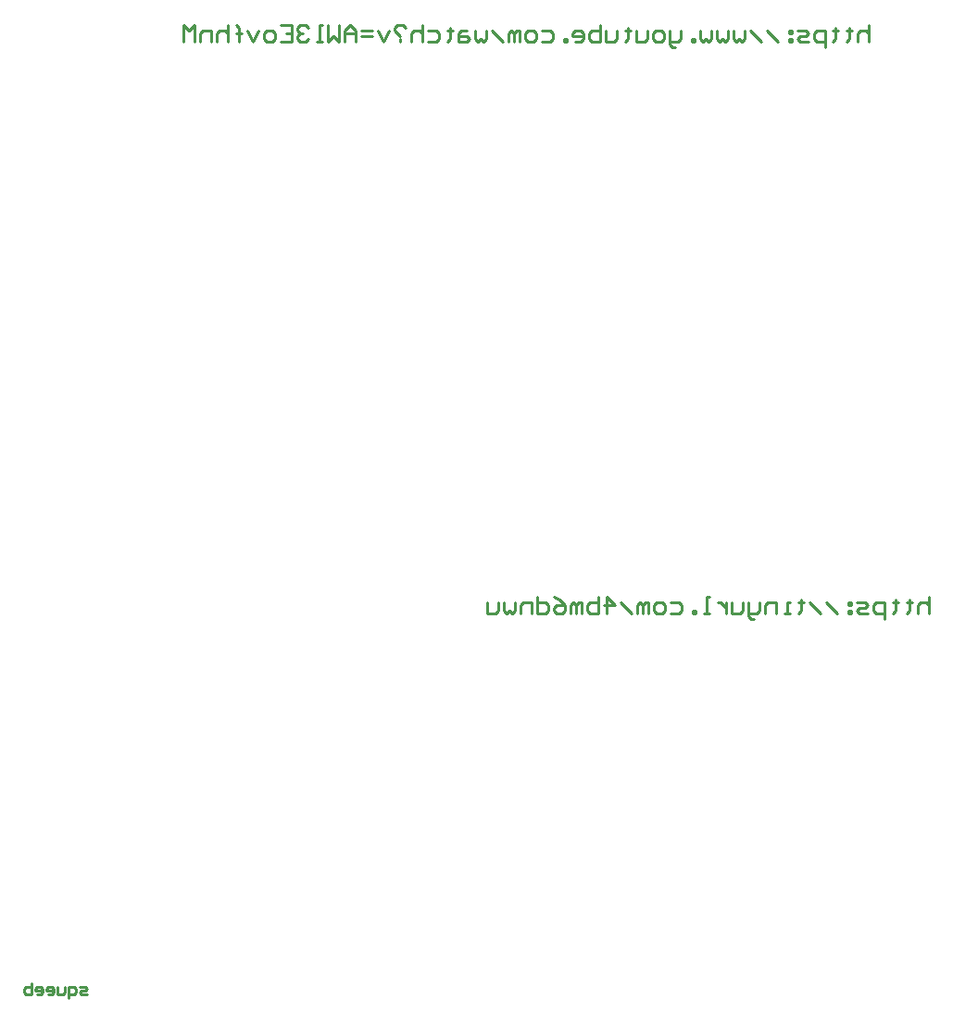
<source format=gbr>
%TF.GenerationSoftware,Altium Limited,Altium Designer,25.2.1 (25)*%
G04 Layer_Color=32896*
%FSLAX45Y45*%
%MOMM*%
%TF.SameCoordinates,9B973337-7CBC-4795-9BC3-C09BD17617B4*%
%TF.FilePolarity,Positive*%
%TF.FileFunction,Legend,Bot*%
%TF.Part,Single*%
G01*
G75*
%TA.AperFunction,NonConductor*%
%ADD49C,0.25400*%
D49*
X12382500Y11480734D02*
Y11328383D01*
Y11404559D01*
X12357108Y11429951D01*
X12306325D01*
X12280933Y11404559D01*
Y11328383D01*
X12204757Y11455342D02*
Y11429951D01*
X12230149D01*
X12179366D01*
X12204757D01*
Y11353775D01*
X12179366Y11328383D01*
X12077799Y11455342D02*
Y11429951D01*
X12103190D01*
X12052407D01*
X12077799D01*
Y11353775D01*
X12052407Y11328383D01*
X11976232Y11277600D02*
Y11429951D01*
X11900056D01*
X11874664Y11404559D01*
Y11353775D01*
X11900056Y11328383D01*
X11976232D01*
X11823881D02*
X11747705D01*
X11722314Y11353775D01*
X11747705Y11379167D01*
X11798489D01*
X11823881Y11404559D01*
X11798489Y11429951D01*
X11722314D01*
X11671530D02*
X11646138D01*
Y11404559D01*
X11671530D01*
Y11429951D01*
Y11353775D02*
X11646138D01*
Y11328383D01*
X11671530D01*
Y11353775D01*
X11544571Y11328383D02*
X11443004Y11429951D01*
X11392221Y11328383D02*
X11290653Y11429951D01*
X11214478Y11455342D02*
Y11429951D01*
X11239870D01*
X11189086D01*
X11214478D01*
Y11353775D01*
X11189086Y11328383D01*
X11112911D02*
X11062127D01*
X11087519D01*
Y11429951D01*
X11112911D01*
X10985952Y11328383D02*
Y11429951D01*
X10909777D01*
X10884385Y11404559D01*
Y11328383D01*
X10833601Y11429951D02*
Y11353775D01*
X10808210Y11328383D01*
X10732034D01*
Y11302992D01*
X10757426Y11277600D01*
X10782818D01*
X10732034Y11328383D02*
Y11429951D01*
X10681251D02*
Y11353775D01*
X10655859Y11328383D01*
X10579683D01*
Y11429951D01*
X10528900D02*
Y11328383D01*
Y11379167D01*
X10503508Y11404559D01*
X10478116Y11429951D01*
X10452725D01*
X10376549Y11328383D02*
X10325766D01*
X10351157D01*
Y11480734D01*
X10376549D01*
X10249590Y11328383D02*
Y11353775D01*
X10224198D01*
Y11328383D01*
X10249590D01*
X10021064Y11429951D02*
X10097240D01*
X10122632Y11404559D01*
Y11353775D01*
X10097240Y11328383D01*
X10021064D01*
X9944889D02*
X9894105D01*
X9868714Y11353775D01*
Y11404559D01*
X9894105Y11429951D01*
X9944889D01*
X9970281Y11404559D01*
Y11353775D01*
X9944889Y11328383D01*
X9817930D02*
Y11429951D01*
X9792538D01*
X9767147Y11404559D01*
Y11328383D01*
Y11404559D01*
X9741755Y11429951D01*
X9716363Y11404559D01*
Y11328383D01*
X9665579D02*
X9564012Y11429951D01*
X9437053Y11328383D02*
Y11480734D01*
X9513229Y11404559D01*
X9411661D01*
X9360878Y11480734D02*
Y11328383D01*
X9284703D01*
X9259311Y11353775D01*
Y11379167D01*
Y11404559D01*
X9284703Y11429951D01*
X9360878D01*
X9208527Y11328383D02*
Y11429951D01*
X9183135D01*
X9157744Y11404559D01*
Y11328383D01*
Y11404559D01*
X9132352Y11429951D01*
X9106960Y11404559D01*
Y11328383D01*
X8954609Y11480734D02*
X9005393Y11455342D01*
X9056176Y11404559D01*
Y11353775D01*
X9030785Y11328383D01*
X8980001D01*
X8954609Y11353775D01*
Y11379167D01*
X8980001Y11404559D01*
X9056176D01*
X8802258Y11480734D02*
Y11328383D01*
X8878434D01*
X8903826Y11353775D01*
Y11404559D01*
X8878434Y11429951D01*
X8802258D01*
X8751475Y11328383D02*
Y11429951D01*
X8675300D01*
X8649908Y11404559D01*
Y11328383D01*
X8599124Y11429951D02*
Y11353775D01*
X8573732Y11328383D01*
X8548341Y11353775D01*
X8522949Y11328383D01*
X8497557Y11353775D01*
Y11429951D01*
X8446774D02*
Y11353775D01*
X8421382Y11328383D01*
X8345206D01*
Y11429951D01*
X4686300Y7844356D02*
X4635517D01*
X4618589Y7861283D01*
X4635517Y7878211D01*
X4669372D01*
X4686300Y7895139D01*
X4669372Y7912067D01*
X4618589D01*
X4517021Y7810500D02*
Y7912067D01*
X4567805D01*
X4584733Y7895139D01*
Y7861283D01*
X4567805Y7844356D01*
X4517021D01*
X4483166Y7912067D02*
Y7861283D01*
X4466238Y7844356D01*
X4415454D01*
Y7912067D01*
X4330815Y7844356D02*
X4364670D01*
X4381598Y7861283D01*
Y7895139D01*
X4364670Y7912067D01*
X4330815D01*
X4313887Y7895139D01*
Y7878211D01*
X4381598D01*
X4229248Y7844356D02*
X4263103D01*
X4280031Y7861283D01*
Y7895139D01*
X4263103Y7912067D01*
X4229248D01*
X4212320Y7895139D01*
Y7878211D01*
X4280031D01*
X4178464Y7945923D02*
Y7844356D01*
X4127680D01*
X4110753Y7861283D01*
Y7878211D01*
Y7895139D01*
X4127680Y7912067D01*
X4178464D01*
X11836400Y16700433D02*
Y16548083D01*
Y16624258D01*
X11811008Y16649651D01*
X11760225D01*
X11734833Y16624258D01*
Y16548083D01*
X11658657Y16675043D02*
Y16649651D01*
X11684049D01*
X11633266D01*
X11658657D01*
Y16573476D01*
X11633266Y16548083D01*
X11531699Y16675043D02*
Y16649651D01*
X11557090D01*
X11506307D01*
X11531699D01*
Y16573476D01*
X11506307Y16548083D01*
X11430132Y16497301D02*
Y16649651D01*
X11353956D01*
X11328564Y16624258D01*
Y16573476D01*
X11353956Y16548083D01*
X11430132D01*
X11277781D02*
X11201605D01*
X11176214Y16573476D01*
X11201605Y16598866D01*
X11252389D01*
X11277781Y16624258D01*
X11252389Y16649651D01*
X11176214D01*
X11125430D02*
X11100038D01*
Y16624258D01*
X11125430D01*
Y16649651D01*
Y16573476D02*
X11100038D01*
Y16548083D01*
X11125430D01*
Y16573476D01*
X10998471Y16548083D02*
X10896904Y16649651D01*
X10846121Y16548083D02*
X10744553Y16649651D01*
X10693770D02*
Y16573476D01*
X10668378Y16548083D01*
X10642986Y16573476D01*
X10617594Y16548083D01*
X10592203Y16573476D01*
Y16649651D01*
X10541419D02*
Y16573476D01*
X10516027Y16548083D01*
X10490636Y16573476D01*
X10465244Y16548083D01*
X10439852Y16573476D01*
Y16649651D01*
X10389068D02*
Y16573476D01*
X10363677Y16548083D01*
X10338285Y16573476D01*
X10312893Y16548083D01*
X10287501Y16573476D01*
Y16649651D01*
X10236718Y16548083D02*
Y16573476D01*
X10211326D01*
Y16548083D01*
X10236718D01*
X10109759Y16649651D02*
Y16573476D01*
X10084367Y16548083D01*
X10008192D01*
Y16522691D01*
X10033583Y16497301D01*
X10058975D01*
X10008192Y16548083D02*
Y16649651D01*
X9932016Y16548083D02*
X9881233D01*
X9855841Y16573476D01*
Y16624258D01*
X9881233Y16649651D01*
X9932016D01*
X9957408Y16624258D01*
Y16573476D01*
X9932016Y16548083D01*
X9805057Y16649651D02*
Y16573476D01*
X9779665Y16548083D01*
X9703490D01*
Y16649651D01*
X9627315Y16675043D02*
Y16649651D01*
X9652707D01*
X9601923D01*
X9627315D01*
Y16573476D01*
X9601923Y16548083D01*
X9525748Y16649651D02*
Y16573476D01*
X9500356Y16548083D01*
X9424181D01*
Y16649651D01*
X9373397Y16700433D02*
Y16548083D01*
X9297222D01*
X9271830Y16573476D01*
Y16598866D01*
Y16624258D01*
X9297222Y16649651D01*
X9373397D01*
X9144871Y16548083D02*
X9195654D01*
X9221046Y16573476D01*
Y16624258D01*
X9195654Y16649651D01*
X9144871D01*
X9119479Y16624258D01*
Y16598866D01*
X9221046D01*
X9068696Y16548083D02*
Y16573476D01*
X9043304D01*
Y16548083D01*
X9068696D01*
X8840170Y16649651D02*
X8916345D01*
X8941737Y16624258D01*
Y16573476D01*
X8916345Y16548083D01*
X8840170D01*
X8763994D02*
X8713211D01*
X8687819Y16573476D01*
Y16624258D01*
X8713211Y16649651D01*
X8763994D01*
X8789386Y16624258D01*
Y16573476D01*
X8763994Y16548083D01*
X8637035D02*
Y16649651D01*
X8611643D01*
X8586252Y16624258D01*
Y16548083D01*
Y16624258D01*
X8560860Y16649651D01*
X8535468Y16624258D01*
Y16548083D01*
X8484685D02*
X8383117Y16649651D01*
X8332334D02*
Y16573476D01*
X8306942Y16548083D01*
X8281550Y16573476D01*
X8256158Y16548083D01*
X8230767Y16573476D01*
Y16649651D01*
X8154591D02*
X8103808D01*
X8078416Y16624258D01*
Y16548083D01*
X8154591D01*
X8179983Y16573476D01*
X8154591Y16598866D01*
X8078416D01*
X8002241Y16675043D02*
Y16649651D01*
X8027632D01*
X7976849D01*
X8002241D01*
Y16573476D01*
X7976849Y16548083D01*
X7799106Y16649651D02*
X7875282D01*
X7900674Y16624258D01*
Y16573476D01*
X7875282Y16548083D01*
X7799106D01*
X7748323Y16700433D02*
Y16548083D01*
Y16624258D01*
X7722931Y16649651D01*
X7672147D01*
X7646756Y16624258D01*
Y16548083D01*
X7595972Y16675043D02*
X7570580Y16700433D01*
X7519797D01*
X7494405Y16675043D01*
Y16649651D01*
X7545189Y16598866D01*
Y16573476D02*
Y16548083D01*
X7443621Y16649651D02*
X7392838Y16548083D01*
X7342054Y16649651D01*
X7291271Y16598866D02*
X7189703D01*
X7291271Y16649651D02*
X7189703D01*
X7138920Y16548083D02*
Y16649651D01*
X7088136Y16700433D01*
X7037353Y16649651D01*
Y16548083D01*
Y16624258D01*
X7138920D01*
X6986569Y16700433D02*
Y16548083D01*
X6935786Y16598866D01*
X6885002Y16548083D01*
Y16700433D01*
X6834218Y16548083D02*
X6783435D01*
X6808827D01*
Y16700433D01*
X6834218D01*
X6707260Y16675043D02*
X6681868Y16700433D01*
X6631084D01*
X6605692Y16675043D01*
Y16649651D01*
X6631084Y16624258D01*
X6656476D01*
X6631084D01*
X6605692Y16598866D01*
Y16573476D01*
X6631084Y16548083D01*
X6681868D01*
X6707260Y16573476D01*
X6453342Y16700433D02*
X6554909D01*
Y16548083D01*
X6453342D01*
X6554909Y16624258D02*
X6504125D01*
X6377166Y16548083D02*
X6326383D01*
X6300991Y16573476D01*
Y16624258D01*
X6326383Y16649651D01*
X6377166D01*
X6402558Y16624258D01*
Y16573476D01*
X6377166Y16548083D01*
X6250207Y16649651D02*
X6199424Y16548083D01*
X6148640Y16649651D01*
X6072465Y16548083D02*
Y16675043D01*
Y16624258D01*
X6097857D01*
X6047073D01*
X6072465D01*
Y16675043D01*
X6047073Y16700433D01*
X5970898D02*
Y16548083D01*
Y16624258D01*
X5945506Y16649651D01*
X5894723D01*
X5869331Y16624258D01*
Y16548083D01*
X5818547D02*
Y16649651D01*
X5742372D01*
X5716980Y16624258D01*
Y16548083D01*
X5666196D02*
Y16700433D01*
X5615413Y16649651D01*
X5564629Y16700433D01*
Y16548083D01*
%TF.MD5,cdd5e8265b8015a1fcf76a153525d272*%
M02*

</source>
